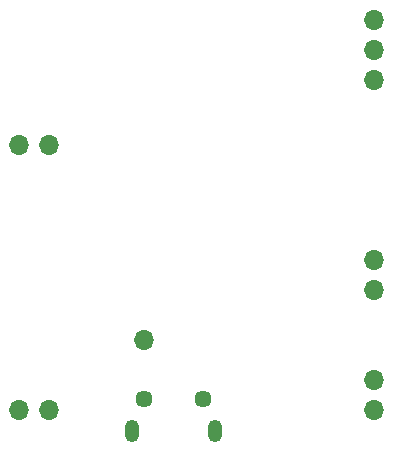
<source format=gbs>
G04 #@! TF.GenerationSoftware,KiCad,Pcbnew,5.1.10-88a1d61d58~90~ubuntu20.04.1*
G04 #@! TF.CreationDate,2021-11-08T15:05:55+08:00*
G04 #@! TF.ProjectId,esp32-c3-test,65737033-322d-4633-932d-746573742e6b,rev?*
G04 #@! TF.SameCoordinates,Original*
G04 #@! TF.FileFunction,Soldermask,Bot*
G04 #@! TF.FilePolarity,Negative*
%FSLAX46Y46*%
G04 Gerber Fmt 4.6, Leading zero omitted, Abs format (unit mm)*
G04 Created by KiCad (PCBNEW 5.1.10-88a1d61d58~90~ubuntu20.04.1) date 2021-11-08 15:05:55*
%MOMM*%
%LPD*%
G01*
G04 APERTURE LIST*
%ADD10O,1.700000X1.700000*%
%ADD11O,1.200000X1.900000*%
%ADD12C,1.450000*%
G04 APERTURE END LIST*
D10*
X117000000Y-91500000D03*
X117000000Y-88960000D03*
X89500000Y-69000000D03*
X86960000Y-69000000D03*
X89500000Y-91500000D03*
X86960000Y-91500000D03*
X97500000Y-85500000D03*
X117000000Y-81270000D03*
X117000000Y-78730000D03*
X117000000Y-58460000D03*
X117000000Y-61000000D03*
X117000000Y-63540000D03*
D11*
X103500000Y-93237500D03*
X96500000Y-93237500D03*
D12*
X102500000Y-90537500D03*
X97500000Y-90537500D03*
M02*

</source>
